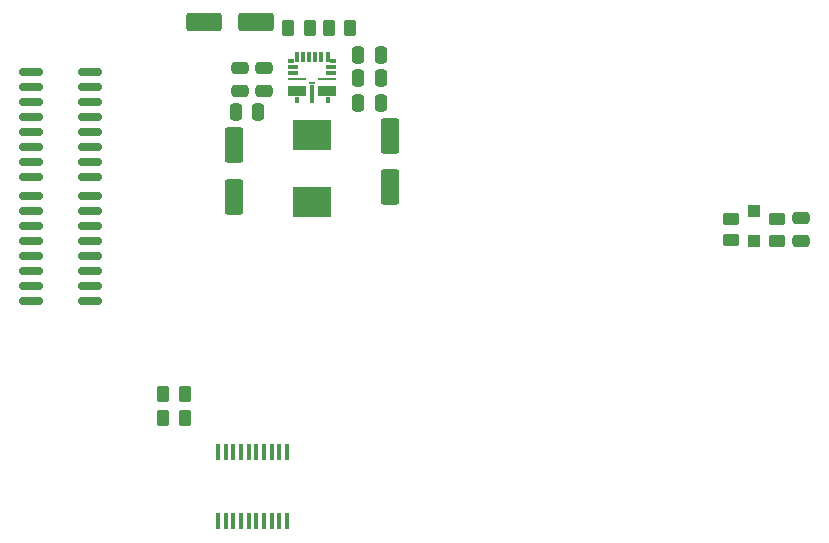
<source format=gbr>
G04 #@! TF.GenerationSoftware,KiCad,Pcbnew,(6.0.1)*
G04 #@! TF.CreationDate,2022-07-27T14:07:59-07:00*
G04 #@! TF.ProjectId,Prime Mover,5072696d-6520-44d6-9f76-65722e6b6963,rev?*
G04 #@! TF.SameCoordinates,Original*
G04 #@! TF.FileFunction,Paste,Top*
G04 #@! TF.FilePolarity,Positive*
%FSLAX46Y46*%
G04 Gerber Fmt 4.6, Leading zero omitted, Abs format (unit mm)*
G04 Created by KiCad (PCBNEW (6.0.1)) date 2022-07-27 14:07:59*
%MOMM*%
%LPD*%
G01*
G04 APERTURE LIST*
G04 Aperture macros list*
%AMRoundRect*
0 Rectangle with rounded corners*
0 $1 Rounding radius*
0 $2 $3 $4 $5 $6 $7 $8 $9 X,Y pos of 4 corners*
0 Add a 4 corners polygon primitive as box body*
4,1,4,$2,$3,$4,$5,$6,$7,$8,$9,$2,$3,0*
0 Add four circle primitives for the rounded corners*
1,1,$1+$1,$2,$3*
1,1,$1+$1,$4,$5*
1,1,$1+$1,$6,$7*
1,1,$1+$1,$8,$9*
0 Add four rect primitives between the rounded corners*
20,1,$1+$1,$2,$3,$4,$5,0*
20,1,$1+$1,$4,$5,$6,$7,0*
20,1,$1+$1,$6,$7,$8,$9,0*
20,1,$1+$1,$8,$9,$2,$3,0*%
G04 Aperture macros list end*
%ADD10R,0.450000X1.475000*%
%ADD11RoundRect,0.250000X-0.262500X-0.450000X0.262500X-0.450000X0.262500X0.450000X-0.262500X0.450000X0*%
%ADD12RoundRect,0.150000X-0.825000X-0.150000X0.825000X-0.150000X0.825000X0.150000X-0.825000X0.150000X0*%
%ADD13R,3.200000X2.650000*%
%ADD14RoundRect,0.250000X0.450000X-0.262500X0.450000X0.262500X-0.450000X0.262500X-0.450000X-0.262500X0*%
%ADD15RoundRect,0.250000X-0.450000X0.262500X-0.450000X-0.262500X0.450000X-0.262500X0.450000X0.262500X0*%
%ADD16R,0.500000X0.350000*%
%ADD17R,0.600000X0.250000*%
%ADD18R,0.450000X0.875000*%
%ADD19R,0.300000X0.875000*%
%ADD20R,0.875000X0.300000*%
%ADD21R,1.525000X0.250000*%
%ADD22R,1.525000X0.950000*%
%ADD23R,0.450000X0.600000*%
%ADD24R,0.300000X1.650000*%
%ADD25R,1.000000X1.000000*%
%ADD26RoundRect,0.250000X0.475000X-0.250000X0.475000X0.250000X-0.475000X0.250000X-0.475000X-0.250000X0*%
%ADD27RoundRect,0.250000X-0.250000X-0.475000X0.250000X-0.475000X0.250000X0.475000X-0.250000X0.475000X0*%
%ADD28RoundRect,0.250000X1.250000X0.550000X-1.250000X0.550000X-1.250000X-0.550000X1.250000X-0.550000X0*%
%ADD29RoundRect,0.250000X0.550000X-1.250000X0.550000X1.250000X-0.550000X1.250000X-0.550000X-1.250000X0*%
G04 APERTURE END LIST*
D10*
X1645000Y-11442000D03*
X2295000Y-11442000D03*
X2945000Y-11442000D03*
X3595000Y-11442000D03*
X4245000Y-11442000D03*
X4895000Y-11442000D03*
X5545000Y-11442000D03*
X6195000Y-11442000D03*
X6845000Y-11442000D03*
X7495000Y-11442000D03*
X7495000Y-17318000D03*
X6845000Y-17318000D03*
X6195000Y-17318000D03*
X5545000Y-17318000D03*
X4895000Y-17318000D03*
X4245000Y-17318000D03*
X3595000Y-17318000D03*
X2945000Y-17318000D03*
X2295000Y-17318000D03*
X1645000Y-17318000D03*
D11*
X-2992500Y-8570000D03*
X-1167500Y-8570000D03*
D12*
X-14155000Y20725000D03*
X-14155000Y19455000D03*
X-14155000Y18185000D03*
X-14155000Y16915000D03*
X-14155000Y15645000D03*
X-14155000Y14375000D03*
X-14155000Y13105000D03*
X-14155000Y11835000D03*
X-9205000Y11835000D03*
X-9205000Y13105000D03*
X-9205000Y14375000D03*
X-9205000Y15645000D03*
X-9205000Y16915000D03*
X-9205000Y18185000D03*
X-9205000Y19455000D03*
X-9205000Y20725000D03*
D13*
X9620000Y15360000D03*
X9620000Y9760000D03*
D12*
X-14155000Y10205000D03*
X-14155000Y8935000D03*
X-14155000Y7665000D03*
X-14155000Y6395000D03*
X-14155000Y5125000D03*
X-14155000Y3855000D03*
X-14155000Y2585000D03*
X-14155000Y1315000D03*
X-9205000Y1315000D03*
X-9205000Y2585000D03*
X-9205000Y3855000D03*
X-9205000Y5125000D03*
X-9205000Y6395000D03*
X-9205000Y7665000D03*
X-9205000Y8935000D03*
X-9205000Y10205000D03*
D11*
X-2982500Y-6570000D03*
X-1157500Y-6570000D03*
X12862500Y24440000D03*
X11037500Y24440000D03*
X9412500Y24450000D03*
X7587500Y24450000D03*
D14*
X49000000Y6457500D03*
X49000000Y8282500D03*
D15*
X45060000Y6470000D03*
X45060000Y8295000D03*
D16*
X11430000Y21695000D03*
D17*
X9630000Y19820000D03*
D16*
X7830000Y21695000D03*
D18*
X8305000Y21958000D03*
D19*
X8880000Y21958000D03*
X9380000Y21958000D03*
X9880000Y21958000D03*
X10380000Y21958000D03*
D18*
X10955000Y21957000D03*
D20*
X11242000Y21170000D03*
X11242000Y20670000D03*
D21*
X10918000Y20170000D03*
D22*
X10917000Y19120000D03*
D23*
X10955000Y18345000D03*
D24*
X9630000Y18870000D03*
D23*
X8305000Y18345000D03*
D22*
X8343000Y19120000D03*
D21*
X8342000Y20170000D03*
D20*
X8017000Y20670000D03*
X8017000Y21170000D03*
D25*
X47030000Y6450000D03*
X47030000Y8950000D03*
D26*
X3510000Y19140000D03*
X3510000Y21040000D03*
D27*
X15420000Y20180000D03*
X13520000Y20180000D03*
D28*
X440000Y24930000D03*
X4840000Y24930000D03*
D27*
X15420000Y18140000D03*
X13520000Y18140000D03*
D29*
X16260000Y15350000D03*
X16260000Y10950000D03*
D26*
X5550000Y21040000D03*
X5550000Y19140000D03*
D29*
X2980000Y14530000D03*
X2980000Y10130000D03*
D27*
X13520000Y22200000D03*
X15420000Y22200000D03*
D26*
X50990000Y6440000D03*
X50990000Y8340000D03*
D27*
X5080000Y17330000D03*
X3180000Y17330000D03*
M02*

</source>
